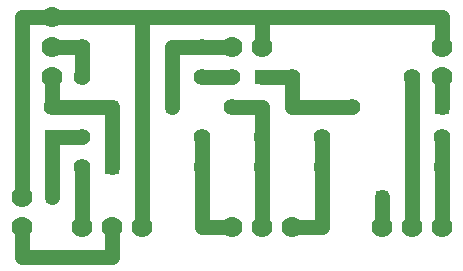
<source format=gbl>
G75*
%MOIN*%
%OFA0B0*%
%FSLAX25Y25*%
%IPPOS*%
%LPD*%
%AMOC8*
5,1,8,0,0,1.08239X$1,22.5*
%
%ADD10C,0.05543*%
%ADD11R,0.04756X0.04756*%
%ADD12C,0.07000*%
%ADD13C,0.05000*%
%ADD14R,0.03962X0.03962*%
D10*
X0061115Y0060337D03*
X0061115Y0070337D03*
X0051115Y0080337D03*
X0061115Y0090337D03*
X0061115Y0100337D03*
X0101115Y0100337D03*
X0101115Y0090337D03*
X0111115Y0090337D03*
X0111115Y0080337D03*
X0101115Y0070337D03*
X0101115Y0060337D03*
X0121115Y0060337D03*
X0121115Y0070337D03*
X0141115Y0070337D03*
X0141115Y0060337D03*
X0151115Y0080337D03*
X0131115Y0090337D03*
X0171115Y0090337D03*
X0181115Y0070337D03*
X0181115Y0060337D03*
D11*
X0181115Y0080337D03*
X0121115Y0090337D03*
X0071115Y0060337D03*
X0051115Y0070337D03*
D12*
X0051115Y0090337D03*
X0051115Y0100337D03*
X0051115Y0110337D03*
X0111115Y0100337D03*
X0121115Y0100337D03*
X0181115Y0100337D03*
X0181115Y0090337D03*
X0181115Y0040337D03*
X0171115Y0040337D03*
X0161115Y0040337D03*
X0131115Y0040337D03*
X0121115Y0040337D03*
X0111115Y0040337D03*
X0081115Y0040337D03*
X0071115Y0040337D03*
X0061115Y0040337D03*
X0041115Y0040337D03*
X0041115Y0050337D03*
D13*
X0041115Y0030337D02*
X0071115Y0030337D01*
X0071115Y0040337D01*
X0081115Y0040337D02*
X0081115Y0110337D01*
X0051115Y0110337D01*
X0041115Y0110337D01*
X0041115Y0050337D01*
X0051115Y0050337D02*
X0051115Y0070337D01*
X0061115Y0070337D01*
X0061115Y0060337D02*
X0061115Y0055337D01*
X0061115Y0040337D01*
X0041115Y0040337D02*
X0041115Y0030337D01*
X0071115Y0060337D02*
X0071115Y0080337D01*
X0051115Y0080337D01*
X0061115Y0080337D01*
X0051115Y0080337D02*
X0051115Y0090337D01*
X0061115Y0090337D02*
X0061115Y0100337D01*
X0051115Y0100337D01*
X0081115Y0110337D02*
X0121115Y0110337D01*
X0121115Y0100337D01*
X0111115Y0100337D02*
X0101115Y0100337D01*
X0091115Y0100337D01*
X0091115Y0080337D01*
X0101115Y0070337D02*
X0101115Y0060337D01*
X0101115Y0040337D01*
X0111115Y0040337D01*
X0121115Y0040337D02*
X0121115Y0060337D01*
X0121115Y0070337D01*
X0121115Y0060337D02*
X0121115Y0080337D01*
X0111115Y0080337D01*
X0111115Y0090337D02*
X0101115Y0090337D01*
X0121115Y0090337D02*
X0131115Y0090337D01*
X0131115Y0080337D01*
X0151115Y0080337D01*
X0141115Y0070337D02*
X0141115Y0060337D01*
X0141115Y0040337D01*
X0131115Y0040337D01*
X0161115Y0040337D02*
X0161115Y0050337D01*
X0171115Y0040337D02*
X0171115Y0090337D01*
X0181115Y0090337D02*
X0181115Y0080337D01*
X0181115Y0070337D02*
X0181115Y0060337D01*
X0181115Y0040337D01*
X0181115Y0100337D02*
X0181115Y0110337D01*
X0121115Y0110337D01*
D14*
X0131115Y0090337D03*
X0091115Y0080337D03*
X0071115Y0080337D03*
X0051115Y0050337D03*
X0161115Y0050337D03*
M02*

</source>
